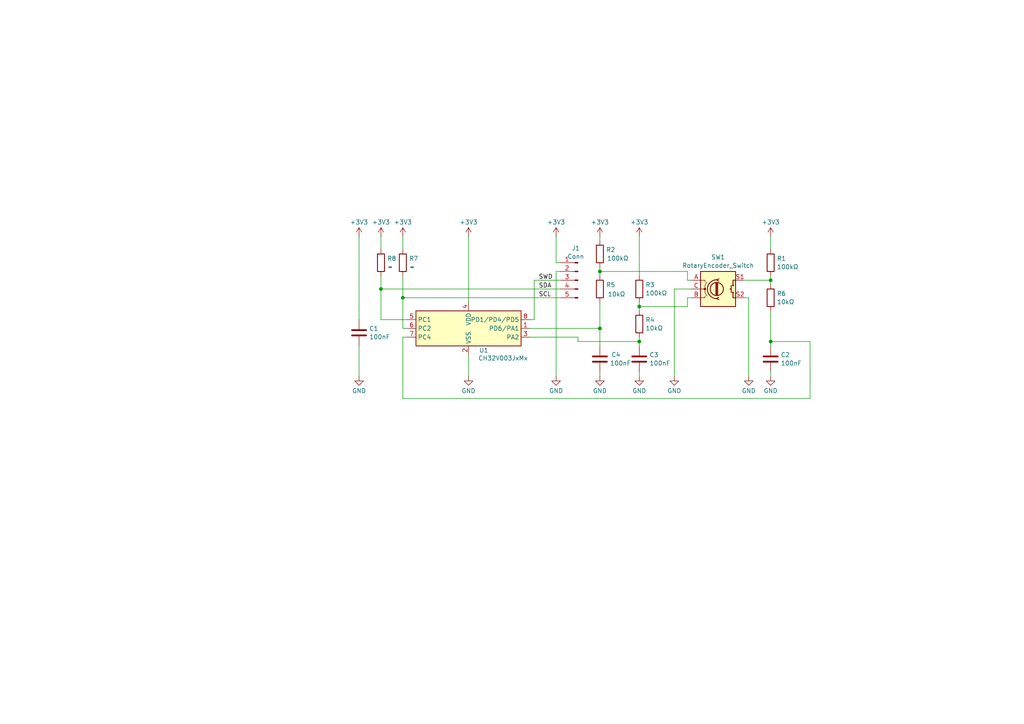
<source format=kicad_sch>
(kicad_sch (version 20231120) (generator "eeschema") (generator_version "8.0")
  (paper "A4")
  (lib_symbols
    (symbol "Connector:Conn_01x05_Pin" (pin_names (offset 1.016) hide)
      (property "Reference" "J" (at 0 7.62 0))
      (property "Value" "Conn_01x05_Pin" (at 0 -7.62 0))
      (symbol "Conn_01x05_Pin_1_1"
        (polyline (pts (xy 1.27 -5.08) (xy 0.8636 -5.08)) (stroke (width 0.1524)))
        (polyline (pts (xy 1.27 -2.54) (xy 0.8636 -2.54)) (stroke (width 0.1524)))
        (polyline (pts (xy 1.27 0) (xy 0.8636 0)) (stroke (width 0.1524)))
        (polyline (pts (xy 1.27 2.54) (xy 0.8636 2.54)) (stroke (width 0.1524)))
        (polyline (pts (xy 1.27 5.08) (xy 0.8636 5.08)) (stroke (width 0.1524)))
        (rectangle (start 0.8636 -4.953) (end 0 -5.207) (stroke (width 0.1524)) (fill (type outline)))
        (rectangle (start 0.8636 -2.413) (end 0 -2.667) (stroke (width 0.1524)) (fill (type outline)))
        (rectangle (start 0.8636 0.127) (end 0 -0.127) (stroke (width 0.1524)) (fill (type outline)))
        (rectangle (start 0.8636 2.667) (end 0 2.413) (stroke (width 0.1524)) (fill (type outline)))
        (rectangle (start 0.8636 5.207) (end 0 4.953) (stroke (width 0.1524)) (fill (type outline)))
        (pin passive line (at 5.08 5.08 180) (length 3.81) (name "Pin_1") (number "1"))
        (pin passive line (at 5.08 2.54 180) (length 3.81) (name "Pin_2") (number "2"))
        (pin passive line (at 5.08 0 180) (length 3.81) (name "Pin_3") (number "3"))
        (pin passive line (at 5.08 -2.54 180) (length 3.81) (name "Pin_4") (number "4"))
        (pin passive line (at 5.08 -5.08 180) (length 3.81) (name "Pin_5") (number "5"))
      )
    )
    (symbol "Device:C" (pin_numbers hide) (pin_names (offset 0.254))
      (property "Reference" "C" (at 0.635 2.54 0))
      (property "Value" "C" (at 0.635 -2.54 0))
      (symbol "C_0_1"
        (polyline (pts (xy -2.032 -0.762) (xy 2.032 -0.762)) (stroke (width 0.508)))
        (polyline (pts (xy -2.032 0.762) (xy 2.032 0.762)) (stroke (width 0.508)))
      )
      (symbol "C_1_1"
        (pin passive line (at 0 3.81 270) (length 2.794) (name "~") (number "1"))
        (pin passive line (at 0 -3.81 90) (length 2.794) (name "~") (number "2"))
      )
    )
    (symbol "Device:R" (pin_numbers hide) (pin_names (offset 0))
      (property "Reference" "R" (at 2.032 0 90))
      (property "Value" "R" (at 0 0 90))
      (symbol "R_0_1"
        (rectangle (start -1.016 -2.54) (end 1.016 2.54) (stroke (width 0.254)))
      )
      (symbol "R_1_1"
        (pin passive line (at 0 3.81 270) (length 1.27) (name "~") (number "1"))
        (pin passive line (at 0 -3.81 90) (length 1.27) (name "~") (number "2"))
      )
    )
    (symbol "Device:RotaryEncoder_Switch" (pin_names (offset 0.254) hide)
      (property "Reference" "SW" (at 0 6.604 0))
      (property "Value" "RotaryEncoder_Switch" (at 0 -6.604 0))
      (symbol "RotaryEncoder_Switch_0_1"
        (rectangle (start -5.08 5.08) (end 5.08 -5.08) (stroke (width 0.254)) (fill (type background)))
        (circle (center -3.81 0) (radius 0.254) (fill (type outline)))
        (circle (center -0.381 0) (radius 1.905) (stroke (width 0.254)))
        (arc (start -0.381 2.667) (mid -3.0988 -0.0635) (end -0.381 -2.794) (stroke (width 0.254)))
        (polyline (pts (xy -0.635 -1.778) (xy -0.635 1.778)) (stroke (width 0.254)))
        (polyline (pts (xy -0.381 -1.778) (xy -0.381 1.778)) (stroke (width 0.254)))
        (polyline (pts (xy -0.127 1.778) (xy -0.127 -1.778)) (stroke (width 0.254)))
        (polyline (pts (xy 3.81 0) (xy 3.429 0)) (stroke (width 0.254)))
        (polyline (pts (xy 3.81 1.016) (xy 3.81 -1.016)) (stroke (width 0.254)))
        (polyline (pts (xy -5.08 -2.54) (xy -3.81 -2.54) (xy -3.81 -2.032)))
        (polyline (pts (xy -5.08 2.54) (xy -3.81 2.54) (xy -3.81 2.032)))
        (polyline (pts (xy 0.254 -3.048) (xy -0.508 -2.794) (xy 0.127 -2.413)) (stroke (width 0.254)))
        (polyline (pts (xy 0.254 2.921) (xy -0.508 2.667) (xy 0.127 2.286)) (stroke (width 0.254)))
        (polyline (pts (xy 5.08 -2.54) (xy 4.318 -2.54) (xy 4.318 -1.016)) (stroke (width 0.254)))
        (polyline (pts (xy 5.08 2.54) (xy 4.318 2.54) (xy 4.318 1.016)) (stroke (width 0.254)))
        (polyline (pts (xy -5.08 0) (xy -3.81 0) (xy -3.81 -1.016) (xy -3.302 -2.032)))
        (polyline (pts (xy -4.318 0) (xy -3.81 0) (xy -3.81 1.016) (xy -3.302 2.032)))
        (circle (center 4.318 -1.016) (radius 0.127) (stroke (width 0.254)))
        (circle (center 4.318 1.016) (radius 0.127) (stroke (width 0.254)))
      )
      (symbol "RotaryEncoder_Switch_1_1"
        (pin passive line (at -7.62 2.54 0) (length 2.54) (name "A") (number "A"))
        (pin passive line (at -7.62 -2.54 0) (length 2.54) (name "B") (number "B"))
        (pin passive line (at -7.62 0 0) (length 2.54) (name "C") (number "C"))
        (pin passive line (at 7.62 2.54 180) (length 2.54) (name "S1") (number "S1"))
        (pin passive line (at 7.62 -2.54 180) (length 2.54) (name "S2") (number "S2"))
      )
    )
    (symbol "MCU_WCH_CH32V0:CH32V003JxMx"
      (property "Reference" "U" (at -15.24 7.62 0))
      (property "Value" "CH32V003JxMx" (at 15.24 7.62 0))
      (symbol "CH32V003JxMx_1_1"
        (rectangle (start -15.24 5.08) (end 15.24 -5.08) (stroke (width 0.254)) (fill (type background)))
        (pin bidirectional line (at 17.78 0 180) (length 2.54) (name "PD6/PA1") (number "1"))
        (pin power_in line (at 0 -7.62 90) (length 2.54) (name "VSS") (number "2"))
        (pin bidirectional line (at 17.78 -2.54 180) (length 2.54) (name "PA2") (number "3"))
        (pin power_in line (at 0 7.62 270) (length 2.54) (name "VDD") (number "4"))
        (pin bidirectional line (at -17.78 2.54 0) (length 2.54) (name "PC1") (number "5"))
        (pin bidirectional line (at -17.78 0 0) (length 2.54) (name "PC2") (number "6"))
        (pin bidirectional line (at -17.78 -2.54 0) (length 2.54) (name "PC4") (number "7"))
        (pin bidirectional line (at 17.78 2.54 180) (length 2.54) (name "PD1/PD4/PD5") (number "8"))
      )
    )
    (symbol "power:+3V3" (power) (pin_numbers hide) (pin_names (offset 0) hide)
      (property "Value" "+3V3" (at 0 3.556 0))
      (symbol "+3V3_0_1"
        (polyline (pts (xy -0.762 1.27) (xy 0 2.54)))
        (polyline (pts (xy 0 0) (xy 0 2.54)))
        (polyline (pts (xy 0 2.54) (xy 0.762 1.27)))
      )
      (symbol "+3V3_1_1"
        (pin power_in line (at 0 0 90) (length 0) (name "~") (number "1"))
      )
    )
    (symbol "power:GND" (power) (pin_numbers hide) (pin_names (offset 0) hide)
      (property "Value" "GND" (at 0 -3.81 0))
      (symbol "GND_0_1"
        (polyline (pts (xy 0 0) (xy 0 -1.27) (xy 1.27 -1.27) (xy 0 -2.54) (xy -1.27 -1.27) (xy 0 -1.27)))
      )
      (symbol "GND_1_1"
        (pin power_in line (at 0 0 270) (length 0) (name "~") (number "1"))
      )
    )
  )
  (junction (at 110.49 83.82))
  (junction (at 223.52 81.28))
  (junction (at 185.42 99.06))
  (junction (at 173.99 78.74))
  (junction (at 116.84 86.36))
  (junction (at 185.42 88.9))
  (junction (at 173.99 95.25))
  (junction (at 223.52 99.06))
  (wire (pts (xy 173.99 77.47) (xy 173.99 78.74)))
  (wire (pts (xy 185.42 99.06) (xy 185.42 100.33)))
  (wire (pts (xy 223.52 81.28) (xy 223.52 82.55)))
  (wire (pts (xy 154.94 92.71) (xy 153.67 92.71)))
  (wire (pts (xy 199.39 88.9) (xy 185.42 88.9)))
  (wire (pts (xy 185.42 99.06) (xy 185.42 97.79)))
  (wire (pts (xy 200.66 83.82) (xy 195.58 83.82)))
  (wire (pts (xy 116.84 80.01) (xy 116.84 86.36)))
  (wire (pts (xy 162.56 78.74) (xy 161.29 78.74)))
  (wire (pts (xy 223.52 68.58) (xy 223.52 72.39)))
  (wire (pts (xy 110.49 83.82) (xy 162.56 83.82)))
  (wire (pts (xy 223.52 109.22) (xy 223.52 107.95)))
  (wire (pts (xy 104.14 100.33) (xy 104.14 109.22)))
  (wire (pts (xy 173.99 100.33) (xy 173.99 95.25)))
  (wire (pts (xy 215.9 86.36) (xy 217.17 86.36)))
  (wire (pts (xy 153.67 95.25) (xy 173.99 95.25)))
  (wire (pts (xy 118.11 97.79) (xy 116.84 97.79)))
  (wire (pts (xy 185.42 99.06) (xy 167.64 99.06)))
  (wire (pts (xy 173.99 109.22) (xy 173.99 107.95)))
  (wire (pts (xy 104.14 68.58) (xy 104.14 92.71)))
  (wire (pts (xy 215.9 81.28) (xy 223.52 81.28)))
  (wire (pts (xy 135.89 68.58) (xy 135.89 87.63)))
  (wire (pts (xy 116.84 68.58) (xy 116.84 72.39)))
  (wire (pts (xy 173.99 68.58) (xy 173.99 69.85)))
  (wire (pts (xy 199.39 78.74) (xy 199.39 81.28)))
  (wire (pts (xy 199.39 81.28) (xy 200.66 81.28)))
  (wire (pts (xy 223.52 99.06) (xy 223.52 100.33)))
  (wire (pts (xy 135.89 102.87) (xy 135.89 109.22)))
  (wire (pts (xy 173.99 87.63) (xy 173.99 95.25)))
  (wire (pts (xy 223.52 99.06) (xy 234.95 99.06)))
  (wire (pts (xy 199.39 86.36) (xy 199.39 88.9)))
  (wire (pts (xy 161.29 68.58) (xy 161.29 76.2)))
  (wire (pts (xy 116.84 86.36) (xy 162.56 86.36)))
  (wire (pts (xy 223.52 90.17) (xy 223.52 99.06)))
  (wire (pts (xy 161.29 76.2) (xy 162.56 76.2)))
  (wire (pts (xy 110.49 68.58) (xy 110.49 72.39)))
  (wire (pts (xy 185.42 88.9) (xy 185.42 90.17)))
  (wire (pts (xy 154.94 81.28) (xy 154.94 92.71)))
  (wire (pts (xy 116.84 86.36) (xy 116.84 95.25)))
  (wire (pts (xy 116.84 97.79) (xy 116.84 115.57)))
  (wire (pts (xy 161.29 78.74) (xy 161.29 109.22)))
  (wire (pts (xy 116.84 95.25) (xy 118.11 95.25)))
  (wire (pts (xy 185.42 87.63) (xy 185.42 88.9)))
  (wire (pts (xy 173.99 78.74) (xy 173.99 80.01)))
  (wire (pts (xy 185.42 68.58) (xy 185.42 80.01)))
  (wire (pts (xy 217.17 86.36) (xy 217.17 109.22)))
  (wire (pts (xy 234.95 115.57) (xy 234.95 99.06)))
  (wire (pts (xy 185.42 109.22) (xy 185.42 107.95)))
  (wire (pts (xy 110.49 92.71) (xy 118.11 92.71)))
  (wire (pts (xy 116.84 115.57) (xy 234.95 115.57)))
  (wire (pts (xy 110.49 80.01) (xy 110.49 83.82)))
  (wire (pts (xy 167.64 97.79) (xy 153.67 97.79)))
  (wire (pts (xy 110.49 83.82) (xy 110.49 92.71)))
  (wire (pts (xy 167.64 99.06) (xy 167.64 97.79)))
  (wire (pts (xy 199.39 86.36) (xy 200.66 86.36)))
  (wire (pts (xy 173.99 78.74) (xy 199.39 78.74)))
  (wire (pts (xy 195.58 83.82) (xy 195.58 109.22)))
  (wire (pts (xy 223.52 80.01) (xy 223.52 81.28)))
  (wire (pts (xy 162.56 81.28) (xy 154.94 81.28)))
  (label "SCL" (at 156.21 86.36 0))
  (label "SWD" (at 156.21 81.28 0))
  (label "SDA" (at 156.21 83.82 0))
  (symbol (lib_id "power:+3V3") (at 116.84 68.58 0) (unit 1)
    (property "Reference" "#PWR012" (effects (hide yes)))
    (property "Value" "+3V3" (at 116.84 64.4469 0))
    (property "Description" "Power symbol creates a global label with name \"+3V3\"" (effects (hide yes)))
  )
  (symbol (lib_id "Device:C") (at 173.99 104.14 0) (unit 1)
    (property "Reference" "C4" (at 177.292 102.87 0) (effects (justify left)))
    (property "Value" "100nF" (at 176.911 105.3521 0) (effects (justify left)))
    (property "Footprint" "Capacitor_SMD:C_0603_1608Metric_Pad1.08x0.95mm_HandSolder" (effects (hide yes)))
    (property "Description" "Unpolarized capacitor" (effects (hide yes)))
  )
  (symbol (lib_id "Connector:Conn_01x05_Pin") (at 167.64 81.28 0) (mirror y) (unit 1)
    (property "Reference" "J1" (at 167.005 71.9793 0))
    (property "Value" "Conn" (at 167.005 74.4036 0))
    (property "Footprint" "Connector_JST:JST_XH_B5B-XH-A_1x05_P2.50mm_Vertical" (effects (hide yes)))
    (property "Description" "Generic connector, single row, 01x05, script generated" (effects (hide yes)))
  )
  (symbol (lib_id "Device:C") (at 223.52 104.14 0) (unit 1)
    (property "Reference" "C2" (at 226.441 102.9278 0) (effects (justify left)))
    (property "Value" "100nF" (at 226.441 105.3521 0) (effects (justify left)))
    (property "Footprint" "Capacitor_SMD:C_0603_1608Metric_Pad1.08x0.95mm_HandSolder" (effects (hide yes)))
    (property "Description" "Unpolarized capacitor" (effects (hide yes)))
  )
  (symbol (lib_id "power:GND") (at 173.99 109.22 0) (unit 1)
    (property "Reference" "#PWR03" (effects (hide yes)))
    (property "Value" "GND" (at 173.99 113.3531 0))
    (property "Description" "Power symbol creates a global label with name \"GND\" , ground" (effects (hide yes)))
  )
  (symbol (lib_id "Device:C") (at 104.14 96.52 0) (unit 1)
    (property "Reference" "C1" (at 107.061 95.3078 0) (effects (justify left)))
    (property "Value" "100nF" (at 107.061 97.7321 0) (effects (justify left)))
    (property "Footprint" "Capacitor_SMD:C_0603_1608Metric_Pad1.08x0.95mm_HandSolder" (effects (hide yes)))
    (property "Description" "Unpolarized capacitor" (effects (hide yes)))
  )
  (symbol (lib_id "Device:R") (at 223.52 86.36 0) (unit 1)
    (property "Reference" "R6" (at 225.298 85.1478 0) (effects (justify left)))
    (property "Value" "10kΩ" (at 225.298 87.5721 0) (effects (justify left)))
    (property "Footprint" "Resistor_SMD:R_0603_1608Metric_Pad0.98x0.95mm_HandSolder" (effects (hide yes)))
    (property "Description" "Resistor" (effects (hide yes)))
  )
  (symbol (lib_id "power:GND") (at 104.14 109.22 0) (unit 1)
    (property "Reference" "#PWR016" (effects (hide yes)))
    (property "Value" "GND" (at 104.14 113.3531 0))
    (property "Description" "Power symbol creates a global label with name \"GND\" , ground" (effects (hide yes)))
  )
  (symbol (lib_id "power:GND") (at 217.17 109.22 0) (unit 1)
    (property "Reference" "#PWR02" (effects (hide yes)))
    (property "Value" "GND" (at 217.17 113.3531 0))
    (property "Description" "Power symbol creates a global label with name \"GND\" , ground" (effects (hide yes)))
  )
  (symbol (lib_id "Device:R") (at 110.49 76.2 0) (unit 1)
    (property "Reference" "R8" (at 112.268 74.9878 0) (effects (justify left)))
    (property "Value" "∞" (at 112.268 77.4121 0) (effects (justify left)))
    (property "Footprint" "Resistor_SMD:R_0603_1608Metric_Pad0.98x0.95mm_HandSolder" (effects (hide yes)))
    (property "Description" "Resistor" (effects (hide yes)))
  )
  (symbol (lib_id "Device:R") (at 185.42 93.98 0) (unit 1)
    (property "Reference" "R4" (at 187.198 92.7678 0) (effects (justify left)))
    (property "Value" "10kΩ" (at 187.198 95.1921 0) (effects (justify left)))
    (property "Footprint" "Resistor_SMD:R_0603_1608Metric_Pad0.98x0.95mm_HandSolder" (effects (hide yes)))
    (property "Description" "Resistor" (effects (hide yes)))
  )
  (symbol (lib_id "Device:R") (at 116.84 76.2 0) (unit 1)
    (property "Reference" "R7" (at 118.618 74.9878 0) (effects (justify left)))
    (property "Value" "∞" (at 118.618 77.4121 0) (effects (justify left)))
    (property "Footprint" "Resistor_SMD:R_0603_1608Metric_Pad0.98x0.95mm_HandSolder" (effects (hide yes)))
    (property "Description" "Resistor" (effects (hide yes)))
  )
  (symbol (lib_id "power:+3V3") (at 110.49 68.58 0) (unit 1)
    (property "Reference" "#PWR013" (effects (hide yes)))
    (property "Value" "+3V3" (at 110.49 64.4469 0))
    (property "Description" "Power symbol creates a global label with name \"+3V3\"" (effects (hide yes)))
  )
  (symbol (lib_id "Device:R") (at 223.52 76.2 0) (unit 1)
    (property "Reference" "R1" (at 225.298 74.9878 0) (effects (justify left)))
    (property "Value" "100kΩ" (at 225.298 77.4121 0) (effects (justify left)))
    (property "Footprint" "Resistor_SMD:R_0603_1608Metric_Pad0.98x0.95mm_HandSolder" (effects (hide yes)))
    (property "Description" "Resistor" (effects (hide yes)))
  )
  (symbol (lib_id "Device:R") (at 173.99 73.66 0) (unit 1)
    (property "Reference" "R2" (at 175.768 72.4478 0) (effects (justify left)))
    (property "Value" "100kΩ" (at 176.022 74.93 0) (effects (justify left)))
    (property "Footprint" "Resistor_SMD:R_0603_1608Metric_Pad0.98x0.95mm_HandSolder" (effects (hide yes)))
    (property "Description" "Resistor" (effects (hide yes)))
  )
  (symbol (lib_id "Device:R") (at 173.99 83.82 0) (unit 1)
    (property "Reference" "R5" (at 175.768 82.6078 0) (effects (justify left)))
    (property "Value" "10kΩ" (at 176.276 85.344 0) (effects (justify left)))
    (property "Footprint" "Resistor_SMD:R_0603_1608Metric_Pad0.98x0.95mm_HandSolder" (effects (hide yes)))
    (property "Description" "Resistor" (effects (hide yes)))
  )
  (symbol (lib_id "power:GND") (at 223.52 109.22 0) (unit 1)
    (property "Reference" "#PWR011" (effects (hide yes)))
    (property "Value" "GND" (at 223.52 113.3531 0))
    (property "Description" "Power symbol creates a global label with name \"GND\" , ground" (effects (hide yes)))
  )
  (symbol (lib_id "power:GND") (at 135.89 109.22 0) (unit 1)
    (property "Reference" "#PWR01" (effects (hide yes)))
    (property "Value" "GND" (at 135.89 113.3531 0))
    (property "Description" "Power symbol creates a global label with name \"GND\" , ground" (effects (hide yes)))
  )
  (symbol (lib_id "Device:RotaryEncoder_Switch") (at 208.28 83.82 0) (unit 1)
    (property "Reference" "SW1" (at 208.28 74.5955 0))
    (property "Value" "RotaryEncoder_Switch" (at 208.28 77.0198 0))
    (property "Footprint" "Rotary_Encoder:RotaryEncoder_Bourns_Vertical_PEC12R-3x17F-Sxxxx" (effects (hide yes)))
    (property "Description" "Rotary encoder, dual channel, incremental quadrate outputs, with switch" (effects (hide yes)))
  )
  (symbol (lib_id "power:+3V3") (at 161.29 68.58 0) (unit 1)
    (property "Reference" "#PWR014" (effects (hide yes)))
    (property "Value" "+3V3" (at 161.29 64.4469 0))
    (property "Description" "Power symbol creates a global label with name \"+3V3\"" (effects (hide yes)))
  )
  (symbol (lib_id "power:+3V3") (at 104.14 68.58 0) (unit 1)
    (property "Reference" "#PWR015" (effects (hide yes)))
    (property "Value" "+3V3" (at 104.14 64.4469 0))
    (property "Description" "Power symbol creates a global label with name \"+3V3\"" (effects (hide yes)))
  )
  (symbol (lib_id "Device:C") (at 185.42 104.14 0) (unit 1)
    (property "Reference" "C3" (at 188.341 102.9278 0) (effects (justify left)))
    (property "Value" "100nF" (at 188.341 105.3521 0) (effects (justify left)))
    (property "Footprint" "Capacitor_SMD:C_0603_1608Metric_Pad1.08x0.95mm_HandSolder" (effects (hide yes)))
    (property "Description" "Unpolarized capacitor" (effects (hide yes)))
  )
  (symbol (lib_id "MCU_WCH_CH32V0:CH32V003JxMx") (at 135.89 95.25 0) (unit 1)
    (property "Reference" "U1" (at 138.938 101.6 0) (effects (justify left)))
    (property "Value" "CH32V003JxMx" (at 138.684 103.886 0) (effects (justify left)))
    (property "Footprint" "Package_SO:SOP-8_3.9x4.9mm_P1.27mm" (effects (hide yes)))
    (property "Datasheet" "https://www.wch-ic.com/products/CH32V003.html" (effects (hide yes)))
    (property "Description" "CH32V003 series are industrial-grade general-purpose microcontrollers designed based on 32-bit RISC-V instruction set and architecture. It adopts QingKe V2A core, RV32EC instruction set, and supports 2 levels of interrupt nesting. The series are mounted with rich peripheral interfaces and function modules. Its internal organizational structure meets the low-cost and low-power embedded application scenarios." (effects (hide yes)))
  )
  (symbol (lib_id "power:+3V3") (at 135.89 68.58 0) (unit 1)
    (property "Reference" "#PWR09" (effects (hide yes)))
    (property "Value" "+3V3" (at 135.89 64.4469 0))
    (property "Description" "Power symbol creates a global label with name \"+3V3\"" (effects (hide yes)))
  )
  (symbol (lib_id "power:+3V3") (at 173.99 68.58 0) (unit 1)
    (property "Reference" "#PWR07" (effects (hide yes)))
    (property "Value" "+3V3" (at 173.99 64.4469 0))
    (property "Description" "Power symbol creates a global label with name \"+3V3\"" (effects (hide yes)))
  )
  (symbol (lib_id "power:GND") (at 195.58 109.22 0) (unit 1)
    (property "Reference" "#PWR05" (effects (hide yes)))
    (property "Value" "GND" (at 195.58 113.3531 0))
    (property "Description" "Power symbol creates a global label with name \"GND\" , ground" (effects (hide yes)))
  )
  (symbol (lib_id "power:GND") (at 161.29 109.22 0) (unit 1)
    (property "Reference" "#PWR010" (effects (hide yes)))
    (property "Value" "GND" (at 161.29 113.3531 0))
    (property "Description" "Power symbol creates a global label with name \"GND\" , ground" (effects (hide yes)))
  )
  (symbol (lib_id "power:+3V3") (at 185.42 68.58 0) (unit 1)
    (property "Reference" "#PWR06" (effects (hide yes)))
    (property "Value" "+3V3" (at 185.42 64.4469 0))
    (property "Description" "Power symbol creates a global label with name \"+3V3\"" (effects (hide yes)))
  )
  (symbol (lib_id "power:+3V3") (at 223.52 68.58 0) (unit 1)
    (property "Reference" "#PWR08" (effects (hide yes)))
    (property "Value" "+3V3" (at 223.52 64.4469 0))
    (property "Description" "Power symbol creates a global label with name \"+3V3\"" (effects (hide yes)))
  )
  (symbol (lib_id "power:GND") (at 185.42 109.22 0) (unit 1)
    (property "Reference" "#PWR04" (effects (hide yes)))
    (property "Value" "GND" (at 185.42 113.3531 0))
    (property "Description" "Power symbol creates a global label with name \"GND\" , ground" (effects (hide yes)))
  )
  (symbol (lib_id "Device:R") (at 185.42 83.82 0) (unit 1)
    (property "Reference" "R3" (at 187.198 82.6078 0) (effects (justify left)))
    (property "Value" "100kΩ" (at 187.198 85.0321 0) (effects (justify left)))
    (property "Footprint" "Resistor_SMD:R_0603_1608Metric_Pad0.98x0.95mm_HandSolder" (effects (hide yes)))
    (property "Description" "Resistor" (effects (hide yes)))
  )
)
</source>
